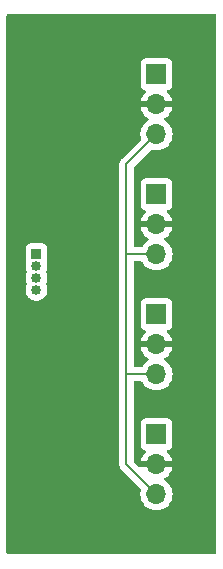
<source format=gbr>
%TF.GenerationSoftware,KiCad,Pcbnew,7.0.11+dfsg-1build4*%
%TF.CreationDate,2024-10-29T00:20:35+01:00*%
%TF.ProjectId,4to1Servosiganlforplanes,34746f31-5365-4727-966f-736967616e6c,rev?*%
%TF.SameCoordinates,Original*%
%TF.FileFunction,Copper,L2,Bot*%
%TF.FilePolarity,Positive*%
%FSLAX46Y46*%
G04 Gerber Fmt 4.6, Leading zero omitted, Abs format (unit mm)*
G04 Created by KiCad (PCBNEW 7.0.11+dfsg-1build4) date 2024-10-29 00:20:35*
%MOMM*%
%LPD*%
G01*
G04 APERTURE LIST*
%TA.AperFunction,ComponentPad*%
%ADD10O,1.700000X1.700000*%
%TD*%
%TA.AperFunction,ComponentPad*%
%ADD11R,1.700000X1.700000*%
%TD*%
%TA.AperFunction,ComponentPad*%
%ADD12O,0.850000X0.850000*%
%TD*%
%TA.AperFunction,ComponentPad*%
%ADD13R,0.850000X0.850000*%
%TD*%
%TA.AperFunction,Conductor*%
%ADD14C,0.200000*%
%TD*%
G04 APERTURE END LIST*
D10*
%TO.P,M4,3,-*%
%TO.N,GND*%
X111760000Y-101600000D03*
%TO.P,M4,2,+*%
%TO.N,+5V*%
X111760000Y-99060000D03*
D11*
%TO.P,M4,1,PWM*%
%TO.N,Net-(J1-Pin_4)*%
X111760000Y-96520000D03*
%TD*%
D10*
%TO.P,M3,3,-*%
%TO.N,GND*%
X111760000Y-91440000D03*
%TO.P,M3,2,+*%
%TO.N,+5V*%
X111760000Y-88900000D03*
D11*
%TO.P,M3,1,PWM*%
%TO.N,Net-(J1-Pin_3)*%
X111760000Y-86360000D03*
%TD*%
D10*
%TO.P,M2,3,-*%
%TO.N,GND*%
X111760000Y-81280000D03*
%TO.P,M2,2,+*%
%TO.N,+5V*%
X111760000Y-78740000D03*
D11*
%TO.P,M2,1,PWM*%
%TO.N,Net-(J1-Pin_2)*%
X111760000Y-76200000D03*
%TD*%
D10*
%TO.P,M1,3,-*%
%TO.N,GND*%
X111760000Y-71120000D03*
%TO.P,M1,2,+*%
%TO.N,+5V*%
X111760000Y-68580000D03*
D11*
%TO.P,M1,1,PWM*%
%TO.N,Net-(J1-Pin_1)*%
X111760000Y-66040000D03*
%TD*%
D12*
%TO.P,J1,4,Pin_4*%
%TO.N,Net-(J1-Pin_4)*%
X101600000Y-84280000D03*
%TO.P,J1,3,Pin_3*%
%TO.N,Net-(J1-Pin_3)*%
X101600000Y-83280000D03*
%TO.P,J1,2,Pin_2*%
%TO.N,Net-(J1-Pin_2)*%
X101600000Y-82280000D03*
D13*
%TO.P,J1,1,Pin_1*%
%TO.N,Net-(J1-Pin_1)*%
X101600000Y-81280000D03*
%TD*%
D14*
%TO.N,GND*%
X111760000Y-81280000D02*
X109220000Y-81280000D01*
X109220000Y-73660000D02*
X109220000Y-91440000D01*
X109220000Y-91440000D02*
X109220000Y-99060000D01*
X111760000Y-91440000D02*
X109220000Y-91440000D01*
X109220000Y-99060000D02*
X111760000Y-101600000D01*
X111760000Y-71120000D02*
X109220000Y-73660000D01*
%TD*%
%TA.AperFunction,Conductor*%
%TO.N,+5V*%
G36*
X116783039Y-60979685D02*
G01*
X116828794Y-61032489D01*
X116840000Y-61084000D01*
X116840000Y-106556000D01*
X116820315Y-106623039D01*
X116767511Y-106668794D01*
X116716000Y-106680000D01*
X99184000Y-106680000D01*
X99116961Y-106660315D01*
X99071206Y-106607511D01*
X99060000Y-106556000D01*
X99060000Y-99060000D01*
X108614318Y-99060000D01*
X108619500Y-99099360D01*
X108619500Y-99099361D01*
X108634955Y-99216760D01*
X108634956Y-99216762D01*
X108673576Y-99310000D01*
X108695464Y-99362841D01*
X108789163Y-99484952D01*
X108791719Y-99488283D01*
X108816769Y-99507504D01*
X108828964Y-99518199D01*
X110427233Y-101116468D01*
X110460718Y-101177791D01*
X110459327Y-101236241D01*
X110424939Y-101364583D01*
X110424936Y-101364596D01*
X110404341Y-101599999D01*
X110404341Y-101600000D01*
X110424936Y-101835403D01*
X110424938Y-101835413D01*
X110486094Y-102063655D01*
X110486096Y-102063659D01*
X110486097Y-102063663D01*
X110585965Y-102277830D01*
X110585967Y-102277834D01*
X110694281Y-102432521D01*
X110721505Y-102471401D01*
X110888599Y-102638495D01*
X110985384Y-102706265D01*
X111082165Y-102774032D01*
X111082167Y-102774033D01*
X111082170Y-102774035D01*
X111296337Y-102873903D01*
X111524592Y-102935063D01*
X111712918Y-102951539D01*
X111759999Y-102955659D01*
X111760000Y-102955659D01*
X111760001Y-102955659D01*
X111799234Y-102952226D01*
X111995408Y-102935063D01*
X112223663Y-102873903D01*
X112437830Y-102774035D01*
X112631401Y-102638495D01*
X112798495Y-102471401D01*
X112934035Y-102277830D01*
X113033903Y-102063663D01*
X113095063Y-101835408D01*
X113115659Y-101600000D01*
X113095063Y-101364592D01*
X113033903Y-101136337D01*
X112934035Y-100922171D01*
X112798495Y-100728599D01*
X112798494Y-100728597D01*
X112631402Y-100561506D01*
X112631401Y-100561505D01*
X112445405Y-100431269D01*
X112401781Y-100376692D01*
X112394588Y-100307193D01*
X112426110Y-100244839D01*
X112445405Y-100228119D01*
X112631082Y-100098105D01*
X112798105Y-99931082D01*
X112933600Y-99737578D01*
X113033429Y-99523492D01*
X113033432Y-99523486D01*
X113090636Y-99310000D01*
X112193686Y-99310000D01*
X112219493Y-99269844D01*
X112260000Y-99131889D01*
X112260000Y-98988111D01*
X112219493Y-98850156D01*
X112193686Y-98810000D01*
X113090636Y-98810000D01*
X113090635Y-98809999D01*
X113033432Y-98596513D01*
X113033429Y-98596507D01*
X112933600Y-98382422D01*
X112933599Y-98382420D01*
X112798113Y-98188926D01*
X112798108Y-98188920D01*
X112676053Y-98066865D01*
X112642568Y-98005542D01*
X112647552Y-97935850D01*
X112689424Y-97879917D01*
X112720400Y-97863002D01*
X112852331Y-97813796D01*
X112967546Y-97727546D01*
X113053796Y-97612331D01*
X113104091Y-97477483D01*
X113110500Y-97417873D01*
X113110499Y-95622128D01*
X113104091Y-95562517D01*
X113053796Y-95427669D01*
X113053795Y-95427668D01*
X113053793Y-95427664D01*
X112967547Y-95312455D01*
X112967544Y-95312452D01*
X112852335Y-95226206D01*
X112852328Y-95226202D01*
X112717482Y-95175908D01*
X112717483Y-95175908D01*
X112657883Y-95169501D01*
X112657881Y-95169500D01*
X112657873Y-95169500D01*
X112657864Y-95169500D01*
X110862129Y-95169500D01*
X110862123Y-95169501D01*
X110802516Y-95175908D01*
X110667671Y-95226202D01*
X110667664Y-95226206D01*
X110552455Y-95312452D01*
X110552452Y-95312455D01*
X110466206Y-95427664D01*
X110466202Y-95427671D01*
X110415908Y-95562517D01*
X110409501Y-95622116D01*
X110409501Y-95622123D01*
X110409500Y-95622135D01*
X110409500Y-97417870D01*
X110409501Y-97417876D01*
X110415908Y-97477483D01*
X110466202Y-97612328D01*
X110466206Y-97612335D01*
X110552452Y-97727544D01*
X110552455Y-97727547D01*
X110667664Y-97813793D01*
X110667671Y-97813797D01*
X110667674Y-97813798D01*
X110799598Y-97863002D01*
X110855531Y-97904873D01*
X110879949Y-97970337D01*
X110865098Y-98038610D01*
X110843947Y-98066865D01*
X110721886Y-98188926D01*
X110586400Y-98382420D01*
X110586399Y-98382422D01*
X110486570Y-98596507D01*
X110486567Y-98596513D01*
X110429364Y-98809999D01*
X110429364Y-98810000D01*
X111326314Y-98810000D01*
X111300507Y-98850156D01*
X111260000Y-98988111D01*
X111260000Y-99131889D01*
X111300507Y-99269844D01*
X111326314Y-99310000D01*
X110370598Y-99310000D01*
X110303559Y-99290315D01*
X110282917Y-99273681D01*
X109856819Y-98847583D01*
X109823334Y-98786260D01*
X109820500Y-98759902D01*
X109820500Y-92164500D01*
X109840185Y-92097461D01*
X109892989Y-92051706D01*
X109944500Y-92040500D01*
X110470909Y-92040500D01*
X110537948Y-92060185D01*
X110583292Y-92112097D01*
X110585965Y-92117830D01*
X110721505Y-92311401D01*
X110888599Y-92478495D01*
X110985384Y-92546265D01*
X111082165Y-92614032D01*
X111082167Y-92614033D01*
X111082170Y-92614035D01*
X111296337Y-92713903D01*
X111524592Y-92775063D01*
X111712918Y-92791539D01*
X111759999Y-92795659D01*
X111760000Y-92795659D01*
X111760001Y-92795659D01*
X111799234Y-92792226D01*
X111995408Y-92775063D01*
X112223663Y-92713903D01*
X112437830Y-92614035D01*
X112631401Y-92478495D01*
X112798495Y-92311401D01*
X112934035Y-92117830D01*
X113033903Y-91903663D01*
X113095063Y-91675408D01*
X113115659Y-91440000D01*
X113095063Y-91204592D01*
X113033903Y-90976337D01*
X112934035Y-90762171D01*
X112934034Y-90762169D01*
X112798494Y-90568597D01*
X112631402Y-90401506D01*
X112631401Y-90401505D01*
X112445405Y-90271269D01*
X112401781Y-90216692D01*
X112394588Y-90147193D01*
X112426110Y-90084839D01*
X112445405Y-90068119D01*
X112631082Y-89938105D01*
X112798105Y-89771082D01*
X112933600Y-89577578D01*
X113033429Y-89363492D01*
X113033432Y-89363486D01*
X113090636Y-89150000D01*
X112193686Y-89150000D01*
X112219493Y-89109844D01*
X112260000Y-88971889D01*
X112260000Y-88828111D01*
X112219493Y-88690156D01*
X112193686Y-88650000D01*
X113090636Y-88650000D01*
X113090635Y-88649999D01*
X113033432Y-88436513D01*
X113033429Y-88436507D01*
X112933600Y-88222422D01*
X112933599Y-88222420D01*
X112798113Y-88028926D01*
X112798108Y-88028920D01*
X112676053Y-87906865D01*
X112642568Y-87845542D01*
X112647552Y-87775850D01*
X112689424Y-87719917D01*
X112720400Y-87703002D01*
X112852331Y-87653796D01*
X112967546Y-87567546D01*
X113053796Y-87452331D01*
X113104091Y-87317483D01*
X113110500Y-87257873D01*
X113110499Y-85462128D01*
X113104091Y-85402517D01*
X113053796Y-85267669D01*
X113053795Y-85267668D01*
X113053793Y-85267664D01*
X112967547Y-85152455D01*
X112967544Y-85152452D01*
X112852335Y-85066206D01*
X112852328Y-85066202D01*
X112717482Y-85015908D01*
X112717483Y-85015908D01*
X112657883Y-85009501D01*
X112657881Y-85009500D01*
X112657873Y-85009500D01*
X112657864Y-85009500D01*
X110862129Y-85009500D01*
X110862123Y-85009501D01*
X110802516Y-85015908D01*
X110667671Y-85066202D01*
X110667664Y-85066206D01*
X110552455Y-85152452D01*
X110552452Y-85152455D01*
X110466206Y-85267664D01*
X110466202Y-85267671D01*
X110415908Y-85402517D01*
X110409501Y-85462116D01*
X110409501Y-85462123D01*
X110409500Y-85462135D01*
X110409500Y-87257870D01*
X110409501Y-87257876D01*
X110415908Y-87317483D01*
X110466202Y-87452328D01*
X110466206Y-87452335D01*
X110552452Y-87567544D01*
X110552455Y-87567547D01*
X110667664Y-87653793D01*
X110667671Y-87653797D01*
X110667674Y-87653798D01*
X110799598Y-87703002D01*
X110855531Y-87744873D01*
X110879949Y-87810337D01*
X110865098Y-87878610D01*
X110843947Y-87906865D01*
X110721886Y-88028926D01*
X110586400Y-88222420D01*
X110586399Y-88222422D01*
X110486570Y-88436507D01*
X110486567Y-88436513D01*
X110429364Y-88649999D01*
X110429364Y-88650000D01*
X111326314Y-88650000D01*
X111300507Y-88690156D01*
X111260000Y-88828111D01*
X111260000Y-88971889D01*
X111300507Y-89109844D01*
X111326314Y-89150000D01*
X110429364Y-89150000D01*
X110486567Y-89363486D01*
X110486570Y-89363492D01*
X110586399Y-89577578D01*
X110721894Y-89771082D01*
X110888917Y-89938105D01*
X111074595Y-90068119D01*
X111118219Y-90122696D01*
X111125412Y-90192195D01*
X111093890Y-90254549D01*
X111074595Y-90271269D01*
X110888594Y-90401508D01*
X110721506Y-90568596D01*
X110585965Y-90762170D01*
X110585962Y-90762175D01*
X110583289Y-90767909D01*
X110537115Y-90820346D01*
X110470909Y-90839500D01*
X109944500Y-90839500D01*
X109877461Y-90819815D01*
X109831706Y-90767011D01*
X109820500Y-90715500D01*
X109820500Y-82004500D01*
X109840185Y-81937461D01*
X109892989Y-81891706D01*
X109944500Y-81880500D01*
X110470909Y-81880500D01*
X110537948Y-81900185D01*
X110583292Y-81952097D01*
X110585965Y-81957830D01*
X110721505Y-82151401D01*
X110888599Y-82318495D01*
X110985384Y-82386265D01*
X111082165Y-82454032D01*
X111082167Y-82454033D01*
X111082170Y-82454035D01*
X111296337Y-82553903D01*
X111524592Y-82615063D01*
X111712918Y-82631539D01*
X111759999Y-82635659D01*
X111760000Y-82635659D01*
X111760001Y-82635659D01*
X111799234Y-82632226D01*
X111995408Y-82615063D01*
X112223663Y-82553903D01*
X112437830Y-82454035D01*
X112631401Y-82318495D01*
X112798495Y-82151401D01*
X112934035Y-81957830D01*
X113033903Y-81743663D01*
X113095063Y-81515408D01*
X113115659Y-81280000D01*
X113095063Y-81044592D01*
X113033903Y-80816337D01*
X112934035Y-80602171D01*
X112934034Y-80602169D01*
X112798494Y-80408597D01*
X112631402Y-80241506D01*
X112631401Y-80241505D01*
X112445405Y-80111269D01*
X112401781Y-80056692D01*
X112394588Y-79987193D01*
X112426110Y-79924839D01*
X112445405Y-79908119D01*
X112631082Y-79778105D01*
X112798105Y-79611082D01*
X112933600Y-79417578D01*
X113033429Y-79203492D01*
X113033432Y-79203486D01*
X113090636Y-78990000D01*
X112193686Y-78990000D01*
X112219493Y-78949844D01*
X112260000Y-78811889D01*
X112260000Y-78668111D01*
X112219493Y-78530156D01*
X112193686Y-78490000D01*
X113090636Y-78490000D01*
X113090635Y-78489999D01*
X113033432Y-78276513D01*
X113033429Y-78276507D01*
X112933600Y-78062422D01*
X112933599Y-78062420D01*
X112798113Y-77868926D01*
X112798108Y-77868920D01*
X112676053Y-77746865D01*
X112642568Y-77685542D01*
X112647552Y-77615850D01*
X112689424Y-77559917D01*
X112720400Y-77543002D01*
X112852331Y-77493796D01*
X112967546Y-77407546D01*
X113053796Y-77292331D01*
X113104091Y-77157483D01*
X113110500Y-77097873D01*
X113110499Y-75302128D01*
X113104091Y-75242517D01*
X113053796Y-75107669D01*
X113053795Y-75107668D01*
X113053793Y-75107664D01*
X112967547Y-74992455D01*
X112967544Y-74992452D01*
X112852335Y-74906206D01*
X112852328Y-74906202D01*
X112717482Y-74855908D01*
X112717483Y-74855908D01*
X112657883Y-74849501D01*
X112657881Y-74849500D01*
X112657873Y-74849500D01*
X112657864Y-74849500D01*
X110862129Y-74849500D01*
X110862123Y-74849501D01*
X110802516Y-74855908D01*
X110667671Y-74906202D01*
X110667664Y-74906206D01*
X110552455Y-74992452D01*
X110552452Y-74992455D01*
X110466206Y-75107664D01*
X110466202Y-75107671D01*
X110415908Y-75242517D01*
X110409501Y-75302116D01*
X110409501Y-75302123D01*
X110409500Y-75302135D01*
X110409500Y-77097870D01*
X110409501Y-77097876D01*
X110415908Y-77157483D01*
X110466202Y-77292328D01*
X110466206Y-77292335D01*
X110552452Y-77407544D01*
X110552455Y-77407547D01*
X110667664Y-77493793D01*
X110667671Y-77493797D01*
X110667674Y-77493798D01*
X110799598Y-77543002D01*
X110855531Y-77584873D01*
X110879949Y-77650337D01*
X110865098Y-77718610D01*
X110843947Y-77746865D01*
X110721886Y-77868926D01*
X110586400Y-78062420D01*
X110586399Y-78062422D01*
X110486570Y-78276507D01*
X110486567Y-78276513D01*
X110429364Y-78489999D01*
X110429364Y-78490000D01*
X111326314Y-78490000D01*
X111300507Y-78530156D01*
X111260000Y-78668111D01*
X111260000Y-78811889D01*
X111300507Y-78949844D01*
X111326314Y-78990000D01*
X110429364Y-78990000D01*
X110486567Y-79203486D01*
X110486570Y-79203492D01*
X110586399Y-79417578D01*
X110721894Y-79611082D01*
X110888917Y-79778105D01*
X111074595Y-79908119D01*
X111118219Y-79962696D01*
X111125412Y-80032195D01*
X111093890Y-80094549D01*
X111074595Y-80111269D01*
X110888594Y-80241508D01*
X110721506Y-80408596D01*
X110585965Y-80602170D01*
X110585962Y-80602175D01*
X110583289Y-80607909D01*
X110537115Y-80660346D01*
X110470909Y-80679500D01*
X109944500Y-80679500D01*
X109877461Y-80659815D01*
X109831706Y-80607011D01*
X109820500Y-80555500D01*
X109820500Y-73960096D01*
X109840185Y-73893057D01*
X109856814Y-73872420D01*
X111276470Y-72452763D01*
X111337791Y-72419280D01*
X111396238Y-72420670D01*
X111524592Y-72455063D01*
X111712918Y-72471539D01*
X111759999Y-72475659D01*
X111760000Y-72475659D01*
X111760001Y-72475659D01*
X111799234Y-72472226D01*
X111995408Y-72455063D01*
X112223663Y-72393903D01*
X112437830Y-72294035D01*
X112631401Y-72158495D01*
X112798495Y-71991401D01*
X112934035Y-71797830D01*
X113033903Y-71583663D01*
X113095063Y-71355408D01*
X113115659Y-71120000D01*
X113095063Y-70884592D01*
X113033903Y-70656337D01*
X112934035Y-70442171D01*
X112798495Y-70248599D01*
X112798494Y-70248597D01*
X112631402Y-70081506D01*
X112631401Y-70081505D01*
X112445405Y-69951269D01*
X112401781Y-69896692D01*
X112394588Y-69827193D01*
X112426110Y-69764839D01*
X112445405Y-69748119D01*
X112631082Y-69618105D01*
X112798105Y-69451082D01*
X112933600Y-69257578D01*
X113033429Y-69043492D01*
X113033432Y-69043486D01*
X113090636Y-68830000D01*
X112193686Y-68830000D01*
X112219493Y-68789844D01*
X112260000Y-68651889D01*
X112260000Y-68508111D01*
X112219493Y-68370156D01*
X112193686Y-68330000D01*
X113090636Y-68330000D01*
X113090635Y-68329999D01*
X113033432Y-68116513D01*
X113033429Y-68116507D01*
X112933600Y-67902422D01*
X112933599Y-67902420D01*
X112798113Y-67708926D01*
X112798108Y-67708920D01*
X112676053Y-67586865D01*
X112642568Y-67525542D01*
X112647552Y-67455850D01*
X112689424Y-67399917D01*
X112720400Y-67383002D01*
X112852331Y-67333796D01*
X112967546Y-67247546D01*
X113053796Y-67132331D01*
X113104091Y-66997483D01*
X113110500Y-66937873D01*
X113110499Y-65142128D01*
X113104091Y-65082517D01*
X113053796Y-64947669D01*
X113053795Y-64947668D01*
X113053793Y-64947664D01*
X112967547Y-64832455D01*
X112967544Y-64832452D01*
X112852335Y-64746206D01*
X112852328Y-64746202D01*
X112717482Y-64695908D01*
X112717483Y-64695908D01*
X112657883Y-64689501D01*
X112657881Y-64689500D01*
X112657873Y-64689500D01*
X112657864Y-64689500D01*
X110862129Y-64689500D01*
X110862123Y-64689501D01*
X110802516Y-64695908D01*
X110667671Y-64746202D01*
X110667664Y-64746206D01*
X110552455Y-64832452D01*
X110552452Y-64832455D01*
X110466206Y-64947664D01*
X110466202Y-64947671D01*
X110415908Y-65082517D01*
X110409501Y-65142116D01*
X110409501Y-65142123D01*
X110409500Y-65142135D01*
X110409500Y-66937870D01*
X110409501Y-66937876D01*
X110415908Y-66997483D01*
X110466202Y-67132328D01*
X110466206Y-67132335D01*
X110552452Y-67247544D01*
X110552455Y-67247547D01*
X110667664Y-67333793D01*
X110667671Y-67333797D01*
X110667674Y-67333798D01*
X110799598Y-67383002D01*
X110855531Y-67424873D01*
X110879949Y-67490337D01*
X110865098Y-67558610D01*
X110843947Y-67586865D01*
X110721886Y-67708926D01*
X110586400Y-67902420D01*
X110586399Y-67902422D01*
X110486570Y-68116507D01*
X110486567Y-68116513D01*
X110429364Y-68329999D01*
X110429364Y-68330000D01*
X111326314Y-68330000D01*
X111300507Y-68370156D01*
X111260000Y-68508111D01*
X111260000Y-68651889D01*
X111300507Y-68789844D01*
X111326314Y-68830000D01*
X110429364Y-68830000D01*
X110486567Y-69043486D01*
X110486570Y-69043492D01*
X110586399Y-69257578D01*
X110721894Y-69451082D01*
X110888917Y-69618105D01*
X111074595Y-69748119D01*
X111118219Y-69802696D01*
X111125412Y-69872195D01*
X111093890Y-69934549D01*
X111074595Y-69951269D01*
X110888594Y-70081508D01*
X110721505Y-70248597D01*
X110585965Y-70442169D01*
X110585964Y-70442171D01*
X110486098Y-70656335D01*
X110486094Y-70656344D01*
X110424938Y-70884586D01*
X110424936Y-70884596D01*
X110404341Y-71119999D01*
X110404341Y-71120000D01*
X110424936Y-71355403D01*
X110424938Y-71355413D01*
X110459327Y-71483756D01*
X110457664Y-71553606D01*
X110427233Y-71603530D01*
X108828965Y-73201798D01*
X108816774Y-73212490D01*
X108791718Y-73231717D01*
X108767549Y-73263213D01*
X108767550Y-73263214D01*
X108695464Y-73357158D01*
X108695461Y-73357163D01*
X108634957Y-73503234D01*
X108634955Y-73503239D01*
X108614318Y-73659998D01*
X108614318Y-73660000D01*
X108618439Y-73691301D01*
X108619500Y-73707487D01*
X108619500Y-81232512D01*
X108618439Y-81248697D01*
X108614318Y-81279998D01*
X108614318Y-81280000D01*
X108618439Y-81311301D01*
X108619500Y-81327487D01*
X108619500Y-91392512D01*
X108618439Y-91408697D01*
X108614318Y-91439998D01*
X108614318Y-91440000D01*
X108618439Y-91471301D01*
X108619500Y-91487487D01*
X108619500Y-99012512D01*
X108618439Y-99028697D01*
X108614318Y-99059998D01*
X108614318Y-99060000D01*
X99060000Y-99060000D01*
X99060000Y-84280000D01*
X100669402Y-84280000D01*
X100689738Y-84473483D01*
X100749856Y-84658510D01*
X100749857Y-84658511D01*
X100830159Y-84797597D01*
X100847130Y-84826992D01*
X100892476Y-84877354D01*
X100977302Y-84971564D01*
X100977305Y-84971566D01*
X100977308Y-84971569D01*
X101038337Y-85015909D01*
X101134702Y-85085923D01*
X101202926Y-85116297D01*
X101312429Y-85165051D01*
X101502726Y-85205500D01*
X101697274Y-85205500D01*
X101887571Y-85165051D01*
X102065299Y-85085922D01*
X102222692Y-84971569D01*
X102352870Y-84826992D01*
X102450144Y-84658508D01*
X102510262Y-84473482D01*
X102530598Y-84280000D01*
X102510262Y-84086518D01*
X102450144Y-83901492D01*
X102415795Y-83841999D01*
X102399322Y-83774101D01*
X102415796Y-83718000D01*
X102450144Y-83658508D01*
X102510262Y-83473482D01*
X102530598Y-83280000D01*
X102510262Y-83086518D01*
X102450144Y-82901492D01*
X102415795Y-82841999D01*
X102399322Y-82774101D01*
X102415796Y-82718000D01*
X102450144Y-82658508D01*
X102510262Y-82473482D01*
X102530598Y-82280000D01*
X102510262Y-82086518D01*
X102480150Y-81993844D01*
X102478156Y-81924006D01*
X102481895Y-81912210D01*
X102519091Y-81812483D01*
X102525500Y-81752873D01*
X102525499Y-80807128D01*
X102519091Y-80747517D01*
X102493722Y-80679500D01*
X102468797Y-80612671D01*
X102468793Y-80612664D01*
X102382547Y-80497455D01*
X102382544Y-80497452D01*
X102267335Y-80411206D01*
X102267328Y-80411202D01*
X102132482Y-80360908D01*
X102132483Y-80360908D01*
X102072883Y-80354501D01*
X102072881Y-80354500D01*
X102072873Y-80354500D01*
X102072864Y-80354500D01*
X101127129Y-80354500D01*
X101127123Y-80354501D01*
X101067516Y-80360908D01*
X100932671Y-80411202D01*
X100932664Y-80411206D01*
X100817455Y-80497452D01*
X100817452Y-80497455D01*
X100731206Y-80612664D01*
X100731202Y-80612671D01*
X100680908Y-80747517D01*
X100674501Y-80807116D01*
X100674501Y-80807123D01*
X100674500Y-80807135D01*
X100674500Y-81752870D01*
X100674501Y-81752876D01*
X100680908Y-81812483D01*
X100718099Y-81912195D01*
X100723083Y-81981887D01*
X100719848Y-81993845D01*
X100689740Y-82086511D01*
X100689738Y-82086516D01*
X100669402Y-82280000D01*
X100689738Y-82473483D01*
X100749856Y-82658510D01*
X100749857Y-82658511D01*
X100784203Y-82718000D01*
X100800676Y-82785900D01*
X100784203Y-82842000D01*
X100749857Y-82901488D01*
X100749856Y-82901489D01*
X100689738Y-83086516D01*
X100669402Y-83280000D01*
X100689738Y-83473483D01*
X100749856Y-83658510D01*
X100749857Y-83658511D01*
X100784203Y-83718000D01*
X100800676Y-83785900D01*
X100784203Y-83842000D01*
X100749857Y-83901488D01*
X100749856Y-83901489D01*
X100689738Y-84086516D01*
X100669402Y-84280000D01*
X99060000Y-84280000D01*
X99060000Y-61084000D01*
X99079685Y-61016961D01*
X99132489Y-60971206D01*
X99184000Y-60960000D01*
X116716000Y-60960000D01*
X116783039Y-60979685D01*
G37*
%TD.AperFunction*%
%TD*%
M02*

</source>
